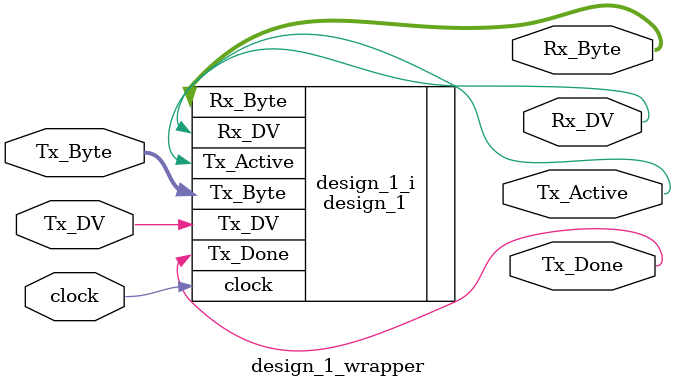
<source format=v>
`timescale 1 ps / 1 ps

module design_1_wrapper
   (Rx_Byte,
    Rx_DV,
    Tx_Active,
    Tx_Byte,
    Tx_DV,
    Tx_Done,
    clock);
  output [7:0]Rx_Byte;
  output Rx_DV;
  output Tx_Active;
  input [7:0]Tx_Byte;
  input Tx_DV;
  output Tx_Done;
  input clock;

  wire [7:0]Rx_Byte;
  wire Rx_DV;
  wire Tx_Active;
  wire [7:0]Tx_Byte;
  wire Tx_DV;
  wire Tx_Done;
  wire clock;

  design_1 design_1_i
       (.Rx_Byte(Rx_Byte),
        .Rx_DV(Rx_DV),
        .Tx_Active(Tx_Active),
        .Tx_Byte(Tx_Byte),
        .Tx_DV(Tx_DV),
        .Tx_Done(Tx_Done),
        .clock(clock));
endmodule

</source>
